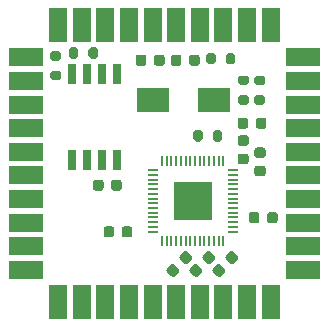
<source format=gts>
G04 #@! TF.GenerationSoftware,KiCad,Pcbnew,(6.0.0-0)*
G04 #@! TF.CreationDate,2022-05-15T17:03:53+02:00*
G04 #@! TF.ProjectId,rp2040_stamp,72703230-3430-45f7-9374-616d702e6b69,rev?*
G04 #@! TF.SameCoordinates,Original*
G04 #@! TF.FileFunction,Soldermask,Top*
G04 #@! TF.FilePolarity,Negative*
%FSLAX46Y46*%
G04 Gerber Fmt 4.6, Leading zero omitted, Abs format (unit mm)*
G04 Created by KiCad (PCBNEW (6.0.0-0)) date 2022-05-15 17:03:53*
%MOMM*%
%LPD*%
G01*
G04 APERTURE LIST*
%ADD10R,1.500000X3.000000*%
%ADD11C,1.350000*%
%ADD12O,1.350000X1.350000*%
%ADD13R,0.650000X1.700000*%
%ADD14R,3.000000X1.500000*%
%ADD15R,0.807999X0.178600*%
%ADD16R,0.178600X0.807999*%
%ADD17R,3.200400X3.200400*%
%ADD18R,2.800000X2.000000*%
G04 APERTURE END LIST*
G36*
G01*
X155050000Y-96900000D02*
X155050000Y-96350000D01*
G75*
G02*
X155250000Y-96150000I200000J0D01*
G01*
X155650000Y-96150000D01*
G75*
G02*
X155850000Y-96350000I0J-200000D01*
G01*
X155850000Y-96900000D01*
G75*
G02*
X155650000Y-97100000I-200000J0D01*
G01*
X155250000Y-97100000D01*
G75*
G02*
X155050000Y-96900000I0J200000D01*
G01*
G37*
G36*
G01*
X156700000Y-96900000D02*
X156700000Y-96350000D01*
G75*
G02*
X156900000Y-96150000I200000J0D01*
G01*
X157300000Y-96150000D01*
G75*
G02*
X157500000Y-96350000I0J-200000D01*
G01*
X157500000Y-96900000D01*
G75*
G02*
X157300000Y-97100000I-200000J0D01*
G01*
X156900000Y-97100000D01*
G75*
G02*
X156700000Y-96900000I0J200000D01*
G01*
G37*
G36*
G01*
X158425000Y-105550000D02*
X157925000Y-105550000D01*
G75*
G02*
X157700000Y-105325000I0J225000D01*
G01*
X157700000Y-104875000D01*
G75*
G02*
X157925000Y-104650000I225000J0D01*
G01*
X158425000Y-104650000D01*
G75*
G02*
X158650000Y-104875000I0J-225000D01*
G01*
X158650000Y-105325000D01*
G75*
G02*
X158425000Y-105550000I-225000J0D01*
G01*
G37*
G36*
G01*
X158425000Y-104000000D02*
X157925000Y-104000000D01*
G75*
G02*
X157700000Y-103775000I0J225000D01*
G01*
X157700000Y-103325000D01*
G75*
G02*
X157925000Y-103100000I225000J0D01*
G01*
X158425000Y-103100000D01*
G75*
G02*
X158650000Y-103325000I0J-225000D01*
G01*
X158650000Y-103775000D01*
G75*
G02*
X158425000Y-104000000I-225000J0D01*
G01*
G37*
D10*
X142500000Y-93750000D03*
D11*
X142500000Y-94500000D03*
X142500000Y-93000000D03*
D10*
X144500000Y-93750000D03*
D12*
X144500000Y-94500000D03*
X144500000Y-93000000D03*
X146500000Y-94500000D03*
X146500000Y-93000000D03*
D10*
X146500000Y-93750000D03*
D12*
X148500000Y-93000000D03*
X148500000Y-94500000D03*
D10*
X148500000Y-93750000D03*
D12*
X150500000Y-93000000D03*
D10*
X150500000Y-93750000D03*
D12*
X150500000Y-94500000D03*
X152500000Y-94500000D03*
D10*
X152500000Y-93750000D03*
D12*
X152500000Y-93000000D03*
D10*
X154500000Y-93750000D03*
D12*
X154500000Y-94500000D03*
X154500000Y-93000000D03*
D10*
X156500000Y-93750000D03*
D12*
X156500000Y-94500000D03*
X156500000Y-93000000D03*
D10*
X158500000Y-93750000D03*
D12*
X158500000Y-94500000D03*
X158500000Y-93000000D03*
X160500000Y-93000000D03*
X160500000Y-94500000D03*
D10*
X160500000Y-93750000D03*
G36*
G01*
X155414429Y-112957017D02*
X155767983Y-113310571D01*
G75*
G02*
X155767983Y-113628769I-159099J-159099D01*
G01*
X155449785Y-113946967D01*
G75*
G02*
X155131587Y-113946967I-159099J159099D01*
G01*
X154778033Y-113593413D01*
G75*
G02*
X154778033Y-113275215I159099J159099D01*
G01*
X155096231Y-112957017D01*
G75*
G02*
X155414429Y-112957017I159099J-159099D01*
G01*
G37*
G36*
G01*
X154318413Y-114053033D02*
X154671967Y-114406587D01*
G75*
G02*
X154671967Y-114724785I-159099J-159099D01*
G01*
X154353769Y-115042983D01*
G75*
G02*
X154035571Y-115042983I-159099J159099D01*
G01*
X153682017Y-114689429D01*
G75*
G02*
X153682017Y-114371231I159099J159099D01*
G01*
X154000215Y-114053033D01*
G75*
G02*
X154318413Y-114053033I159099J-159099D01*
G01*
G37*
G36*
G01*
X143425000Y-96400000D02*
X143425000Y-95850000D01*
G75*
G02*
X143625000Y-95650000I200000J0D01*
G01*
X144025000Y-95650000D01*
G75*
G02*
X144225000Y-95850000I0J-200000D01*
G01*
X144225000Y-96400000D01*
G75*
G02*
X144025000Y-96600000I-200000J0D01*
G01*
X143625000Y-96600000D01*
G75*
G02*
X143425000Y-96400000I0J200000D01*
G01*
G37*
G36*
G01*
X145075000Y-96400000D02*
X145075000Y-95850000D01*
G75*
G02*
X145275000Y-95650000I200000J0D01*
G01*
X145675000Y-95650000D01*
G75*
G02*
X145875000Y-95850000I0J-200000D01*
G01*
X145875000Y-96400000D01*
G75*
G02*
X145675000Y-96600000I-200000J0D01*
G01*
X145275000Y-96600000D01*
G75*
G02*
X145075000Y-96400000I0J200000D01*
G01*
G37*
G36*
G01*
X157364429Y-112957017D02*
X157717983Y-113310571D01*
G75*
G02*
X157717983Y-113628769I-159099J-159099D01*
G01*
X157399785Y-113946967D01*
G75*
G02*
X157081587Y-113946967I-159099J159099D01*
G01*
X156728033Y-113593413D01*
G75*
G02*
X156728033Y-113275215I159099J159099D01*
G01*
X157046231Y-112957017D01*
G75*
G02*
X157364429Y-112957017I159099J-159099D01*
G01*
G37*
G36*
G01*
X156268413Y-114053033D02*
X156621967Y-114406587D01*
G75*
G02*
X156621967Y-114724785I-159099J-159099D01*
G01*
X156303769Y-115042983D01*
G75*
G02*
X155985571Y-115042983I-159099J159099D01*
G01*
X155632017Y-114689429D01*
G75*
G02*
X155632017Y-114371231I159099J159099D01*
G01*
X155950215Y-114053033D01*
G75*
G02*
X156268413Y-114053033I159099J-159099D01*
G01*
G37*
G36*
G01*
X142025000Y-95975000D02*
X142575000Y-95975000D01*
G75*
G02*
X142775000Y-96175000I0J-200000D01*
G01*
X142775000Y-96575000D01*
G75*
G02*
X142575000Y-96775000I-200000J0D01*
G01*
X142025000Y-96775000D01*
G75*
G02*
X141825000Y-96575000I0J200000D01*
G01*
X141825000Y-96175000D01*
G75*
G02*
X142025000Y-95975000I200000J0D01*
G01*
G37*
G36*
G01*
X142025000Y-97625000D02*
X142575000Y-97625000D01*
G75*
G02*
X142775000Y-97825000I0J-200000D01*
G01*
X142775000Y-98225000D01*
G75*
G02*
X142575000Y-98425000I-200000J0D01*
G01*
X142025000Y-98425000D01*
G75*
G02*
X141825000Y-98225000I0J200000D01*
G01*
X141825000Y-97825000D01*
G75*
G02*
X142025000Y-97625000I200000J0D01*
G01*
G37*
X142500000Y-117250000D03*
D11*
X142500000Y-116500000D03*
X142500000Y-118000000D03*
D10*
X144500000Y-117250000D03*
D12*
X144500000Y-116500000D03*
X144500000Y-118000000D03*
X146500000Y-116500000D03*
X146500000Y-118000000D03*
D10*
X146500000Y-117250000D03*
D12*
X148500000Y-116500000D03*
X148500000Y-118000000D03*
D10*
X148500000Y-117250000D03*
X150500000Y-117250000D03*
D12*
X150500000Y-116500000D03*
X150500000Y-118000000D03*
D10*
X152500000Y-117250000D03*
D12*
X152500000Y-118000000D03*
X152500000Y-116500000D03*
D10*
X154500000Y-117250000D03*
D12*
X154500000Y-118000000D03*
X154500000Y-116500000D03*
X156500000Y-116500000D03*
X156500000Y-118000000D03*
D10*
X156500000Y-117250000D03*
D12*
X158500000Y-118000000D03*
D10*
X158500000Y-117250000D03*
D12*
X158500000Y-116500000D03*
X160500000Y-116500000D03*
D10*
X160500000Y-117250000D03*
D12*
X160500000Y-118000000D03*
G36*
G01*
X158475000Y-100500000D02*
X157925000Y-100500000D01*
G75*
G02*
X157725000Y-100300000I0J200000D01*
G01*
X157725000Y-99900000D01*
G75*
G02*
X157925000Y-99700000I200000J0D01*
G01*
X158475000Y-99700000D01*
G75*
G02*
X158675000Y-99900000I0J-200000D01*
G01*
X158675000Y-100300000D01*
G75*
G02*
X158475000Y-100500000I-200000J0D01*
G01*
G37*
G36*
G01*
X158475000Y-98850000D02*
X157925000Y-98850000D01*
G75*
G02*
X157725000Y-98650000I0J200000D01*
G01*
X157725000Y-98250000D01*
G75*
G02*
X157925000Y-98050000I200000J0D01*
G01*
X158475000Y-98050000D01*
G75*
G02*
X158675000Y-98250000I0J-200000D01*
G01*
X158675000Y-98650000D01*
G75*
G02*
X158475000Y-98850000I-200000J0D01*
G01*
G37*
G36*
G01*
X157700000Y-102325000D02*
X157700000Y-101825000D01*
G75*
G02*
X157925000Y-101600000I225000J0D01*
G01*
X158375000Y-101600000D01*
G75*
G02*
X158600000Y-101825000I0J-225000D01*
G01*
X158600000Y-102325000D01*
G75*
G02*
X158375000Y-102550000I-225000J0D01*
G01*
X157925000Y-102550000D01*
G75*
G02*
X157700000Y-102325000I0J225000D01*
G01*
G37*
G36*
G01*
X159250000Y-102325000D02*
X159250000Y-101825000D01*
G75*
G02*
X159475000Y-101600000I225000J0D01*
G01*
X159925000Y-101600000D01*
G75*
G02*
X160150000Y-101825000I0J-225000D01*
G01*
X160150000Y-102325000D01*
G75*
G02*
X159925000Y-102550000I-225000J0D01*
G01*
X159475000Y-102550000D01*
G75*
G02*
X159250000Y-102325000I0J225000D01*
G01*
G37*
D13*
X143720000Y-105225000D03*
X144990000Y-105225000D03*
X146260000Y-105225000D03*
X147530000Y-105225000D03*
X147530000Y-97925000D03*
X146260000Y-97925000D03*
X144990000Y-97925000D03*
X143720000Y-97925000D03*
G36*
G01*
X153464429Y-112957017D02*
X153817983Y-113310571D01*
G75*
G02*
X153817983Y-113628769I-159099J-159099D01*
G01*
X153499785Y-113946967D01*
G75*
G02*
X153181587Y-113946967I-159099J159099D01*
G01*
X152828033Y-113593413D01*
G75*
G02*
X152828033Y-113275215I159099J159099D01*
G01*
X153146231Y-112957017D01*
G75*
G02*
X153464429Y-112957017I159099J-159099D01*
G01*
G37*
G36*
G01*
X152368413Y-114053033D02*
X152721967Y-114406587D01*
G75*
G02*
X152721967Y-114724785I-159099J-159099D01*
G01*
X152403769Y-115042983D01*
G75*
G02*
X152085571Y-115042983I-159099J159099D01*
G01*
X151732017Y-114689429D01*
G75*
G02*
X151732017Y-114371231I159099J159099D01*
G01*
X152050215Y-114053033D01*
G75*
G02*
X152368413Y-114053033I159099J-159099D01*
G01*
G37*
D14*
X139750000Y-96500000D03*
D11*
X140500000Y-96500000D03*
X139000000Y-96500000D03*
D12*
X139000000Y-98500000D03*
X140500000Y-98500000D03*
D14*
X139750000Y-98500000D03*
D12*
X139000000Y-100500000D03*
X140500000Y-100500000D03*
D14*
X139750000Y-100500000D03*
X139750000Y-102500000D03*
D12*
X140500000Y-102500000D03*
X139000000Y-102500000D03*
X139000000Y-104500000D03*
D14*
X139750000Y-104500000D03*
D12*
X140500000Y-104500000D03*
X140500000Y-106500000D03*
D14*
X139750000Y-106500000D03*
D12*
X139000000Y-106500000D03*
X139000000Y-108500000D03*
X140500000Y-108500000D03*
D14*
X139750000Y-108500000D03*
X139750000Y-110500000D03*
D12*
X140500000Y-110500000D03*
X139000000Y-110500000D03*
X140500000Y-112500000D03*
X139000000Y-112500000D03*
D14*
X139750000Y-112500000D03*
X139750000Y-114500000D03*
D12*
X140500000Y-114500000D03*
X139000000Y-114500000D03*
G36*
G01*
X159850000Y-106575000D02*
X159350000Y-106575000D01*
G75*
G02*
X159125000Y-106350000I0J225000D01*
G01*
X159125000Y-105900000D01*
G75*
G02*
X159350000Y-105675000I225000J0D01*
G01*
X159850000Y-105675000D01*
G75*
G02*
X160075000Y-105900000I0J-225000D01*
G01*
X160075000Y-106350000D01*
G75*
G02*
X159850000Y-106575000I-225000J0D01*
G01*
G37*
G36*
G01*
X159850000Y-105025000D02*
X159350000Y-105025000D01*
G75*
G02*
X159125000Y-104800000I0J225000D01*
G01*
X159125000Y-104350000D01*
G75*
G02*
X159350000Y-104125000I225000J0D01*
G01*
X159850000Y-104125000D01*
G75*
G02*
X160075000Y-104350000I0J-225000D01*
G01*
X160075000Y-104800000D01*
G75*
G02*
X159850000Y-105025000I-225000J0D01*
G01*
G37*
G36*
G01*
X147900000Y-107075000D02*
X147900000Y-107575000D01*
G75*
G02*
X147675000Y-107800000I-225000J0D01*
G01*
X147225000Y-107800000D01*
G75*
G02*
X147000000Y-107575000I0J225000D01*
G01*
X147000000Y-107075000D01*
G75*
G02*
X147225000Y-106850000I225000J0D01*
G01*
X147675000Y-106850000D01*
G75*
G02*
X147900000Y-107075000I0J-225000D01*
G01*
G37*
G36*
G01*
X146350000Y-107075000D02*
X146350000Y-107575000D01*
G75*
G02*
X146125000Y-107800000I-225000J0D01*
G01*
X145675000Y-107800000D01*
G75*
G02*
X145450000Y-107575000I0J225000D01*
G01*
X145450000Y-107075000D01*
G75*
G02*
X145675000Y-106850000I225000J0D01*
G01*
X146125000Y-106850000D01*
G75*
G02*
X146350000Y-107075000I0J-225000D01*
G01*
G37*
G36*
G01*
X159850000Y-100500000D02*
X159300000Y-100500000D01*
G75*
G02*
X159100000Y-100300000I0J200000D01*
G01*
X159100000Y-99900000D01*
G75*
G02*
X159300000Y-99700000I200000J0D01*
G01*
X159850000Y-99700000D01*
G75*
G02*
X160050000Y-99900000I0J-200000D01*
G01*
X160050000Y-100300000D01*
G75*
G02*
X159850000Y-100500000I-200000J0D01*
G01*
G37*
G36*
G01*
X159850000Y-98850000D02*
X159300000Y-98850000D01*
G75*
G02*
X159100000Y-98650000I0J200000D01*
G01*
X159100000Y-98250000D01*
G75*
G02*
X159300000Y-98050000I200000J0D01*
G01*
X159850000Y-98050000D01*
G75*
G02*
X160050000Y-98250000I0J-200000D01*
G01*
X160050000Y-98650000D01*
G75*
G02*
X159850000Y-98850000I-200000J0D01*
G01*
G37*
G36*
G01*
X158650000Y-110325000D02*
X158650000Y-109825000D01*
G75*
G02*
X158875000Y-109600000I225000J0D01*
G01*
X159325000Y-109600000D01*
G75*
G02*
X159550000Y-109825000I0J-225000D01*
G01*
X159550000Y-110325000D01*
G75*
G02*
X159325000Y-110550000I-225000J0D01*
G01*
X158875000Y-110550000D01*
G75*
G02*
X158650000Y-110325000I0J225000D01*
G01*
G37*
G36*
G01*
X160200000Y-110325000D02*
X160200000Y-109825000D01*
G75*
G02*
X160425000Y-109600000I225000J0D01*
G01*
X160875000Y-109600000D01*
G75*
G02*
X161100000Y-109825000I0J-225000D01*
G01*
X161100000Y-110325000D01*
G75*
G02*
X160875000Y-110550000I-225000J0D01*
G01*
X160425000Y-110550000D01*
G75*
G02*
X160200000Y-110325000I0J225000D01*
G01*
G37*
G36*
G01*
X156400000Y-102875000D02*
X156400000Y-103425000D01*
G75*
G02*
X156200000Y-103625000I-200000J0D01*
G01*
X155800000Y-103625000D01*
G75*
G02*
X155600000Y-103425000I0J200000D01*
G01*
X155600000Y-102875000D01*
G75*
G02*
X155800000Y-102675000I200000J0D01*
G01*
X156200000Y-102675000D01*
G75*
G02*
X156400000Y-102875000I0J-200000D01*
G01*
G37*
G36*
G01*
X154750000Y-102875000D02*
X154750000Y-103425000D01*
G75*
G02*
X154550000Y-103625000I-200000J0D01*
G01*
X154150000Y-103625000D01*
G75*
G02*
X153950000Y-103425000I0J200000D01*
G01*
X153950000Y-102875000D01*
G75*
G02*
X154150000Y-102675000I200000J0D01*
G01*
X154550000Y-102675000D01*
G75*
G02*
X154750000Y-102875000I0J-200000D01*
G01*
G37*
D11*
X162500000Y-96500000D03*
D14*
X163250000Y-96500000D03*
D11*
X164000000Y-96500000D03*
D12*
X162500000Y-98500000D03*
X164000000Y-98500000D03*
D14*
X163250000Y-98500000D03*
D12*
X164000000Y-100500000D03*
D14*
X163250000Y-100500000D03*
D12*
X162500000Y-100500000D03*
X162500000Y-102500000D03*
X164000000Y-102500000D03*
D14*
X163250000Y-102500000D03*
X163250000Y-104500000D03*
D12*
X162500000Y-104500000D03*
X164000000Y-104500000D03*
X162500000Y-106500000D03*
X164000000Y-106500000D03*
D14*
X163250000Y-106500000D03*
D12*
X162500000Y-108500000D03*
D14*
X163250000Y-108500000D03*
D12*
X164000000Y-108500000D03*
D14*
X163250000Y-110500000D03*
D12*
X164000000Y-110500000D03*
X162500000Y-110500000D03*
X164000000Y-112500000D03*
X162500000Y-112500000D03*
D14*
X163250000Y-112500000D03*
D12*
X164000000Y-114500000D03*
X162500000Y-114500000D03*
D14*
X163250000Y-114500000D03*
D15*
X150498800Y-106050000D03*
X150498800Y-106449999D03*
X150498800Y-106850001D03*
X150498800Y-107250000D03*
X150498800Y-107649999D03*
X150498800Y-108050001D03*
X150498800Y-108450000D03*
X150498800Y-108850000D03*
X150498800Y-109249999D03*
X150498800Y-109650001D03*
X150498800Y-110050000D03*
X150498800Y-110449999D03*
X150498800Y-110850001D03*
X150498800Y-111250000D03*
D16*
X151300000Y-112051200D03*
X151699999Y-112051200D03*
X152100001Y-112051200D03*
X152500000Y-112051200D03*
X152899999Y-112051200D03*
X153300001Y-112051200D03*
X153700000Y-112051200D03*
X154100000Y-112051200D03*
X154499999Y-112051200D03*
X154900001Y-112051200D03*
X155300000Y-112051200D03*
X155699999Y-112051200D03*
X156100001Y-112051200D03*
X156500000Y-112051200D03*
D15*
X157301200Y-111250000D03*
X157301200Y-110850001D03*
X157301200Y-110449999D03*
X157301200Y-110050000D03*
X157301200Y-109650001D03*
X157301200Y-109249999D03*
X157301200Y-108850000D03*
X157301200Y-108450000D03*
X157301200Y-108050001D03*
X157301200Y-107649999D03*
X157301200Y-107250000D03*
X157301200Y-106850001D03*
X157301200Y-106449999D03*
X157301200Y-106050000D03*
D16*
X156500000Y-105248800D03*
X156100001Y-105248800D03*
X155699999Y-105248800D03*
X155300000Y-105248800D03*
X154900001Y-105248800D03*
X154499999Y-105248800D03*
X154100000Y-105248800D03*
X153700000Y-105248800D03*
X153300001Y-105248800D03*
X152899999Y-105248800D03*
X152500000Y-105248800D03*
X152100001Y-105248800D03*
X151699999Y-105248800D03*
X151300000Y-105248800D03*
D17*
X153900000Y-108650000D03*
D18*
X150500000Y-100100000D03*
X155700000Y-100100000D03*
G36*
G01*
X148800000Y-111025000D02*
X148800000Y-111525000D01*
G75*
G02*
X148575000Y-111750000I-225000J0D01*
G01*
X148125000Y-111750000D01*
G75*
G02*
X147900000Y-111525000I0J225000D01*
G01*
X147900000Y-111025000D01*
G75*
G02*
X148125000Y-110800000I225000J0D01*
G01*
X148575000Y-110800000D01*
G75*
G02*
X148800000Y-111025000I0J-225000D01*
G01*
G37*
G36*
G01*
X147250000Y-111025000D02*
X147250000Y-111525000D01*
G75*
G02*
X147025000Y-111750000I-225000J0D01*
G01*
X146575000Y-111750000D01*
G75*
G02*
X146350000Y-111525000I0J225000D01*
G01*
X146350000Y-111025000D01*
G75*
G02*
X146575000Y-110800000I225000J0D01*
G01*
X147025000Y-110800000D01*
G75*
G02*
X147250000Y-111025000I0J-225000D01*
G01*
G37*
G36*
G01*
X149075000Y-97000000D02*
X149075000Y-96500000D01*
G75*
G02*
X149300000Y-96275000I225000J0D01*
G01*
X149750000Y-96275000D01*
G75*
G02*
X149975000Y-96500000I0J-225000D01*
G01*
X149975000Y-97000000D01*
G75*
G02*
X149750000Y-97225000I-225000J0D01*
G01*
X149300000Y-97225000D01*
G75*
G02*
X149075000Y-97000000I0J225000D01*
G01*
G37*
G36*
G01*
X150625000Y-97000000D02*
X150625000Y-96500000D01*
G75*
G02*
X150850000Y-96275000I225000J0D01*
G01*
X151300000Y-96275000D01*
G75*
G02*
X151525000Y-96500000I0J-225000D01*
G01*
X151525000Y-97000000D01*
G75*
G02*
X151300000Y-97225000I-225000J0D01*
G01*
X150850000Y-97225000D01*
G75*
G02*
X150625000Y-97000000I0J225000D01*
G01*
G37*
G36*
G01*
X154500000Y-96500000D02*
X154500000Y-97000000D01*
G75*
G02*
X154275000Y-97225000I-225000J0D01*
G01*
X153825000Y-97225000D01*
G75*
G02*
X153600000Y-97000000I0J225000D01*
G01*
X153600000Y-96500000D01*
G75*
G02*
X153825000Y-96275000I225000J0D01*
G01*
X154275000Y-96275000D01*
G75*
G02*
X154500000Y-96500000I0J-225000D01*
G01*
G37*
G36*
G01*
X152950000Y-96500000D02*
X152950000Y-97000000D01*
G75*
G02*
X152725000Y-97225000I-225000J0D01*
G01*
X152275000Y-97225000D01*
G75*
G02*
X152050000Y-97000000I0J225000D01*
G01*
X152050000Y-96500000D01*
G75*
G02*
X152275000Y-96275000I225000J0D01*
G01*
X152725000Y-96275000D01*
G75*
G02*
X152950000Y-96500000I0J-225000D01*
G01*
G37*
M02*

</source>
